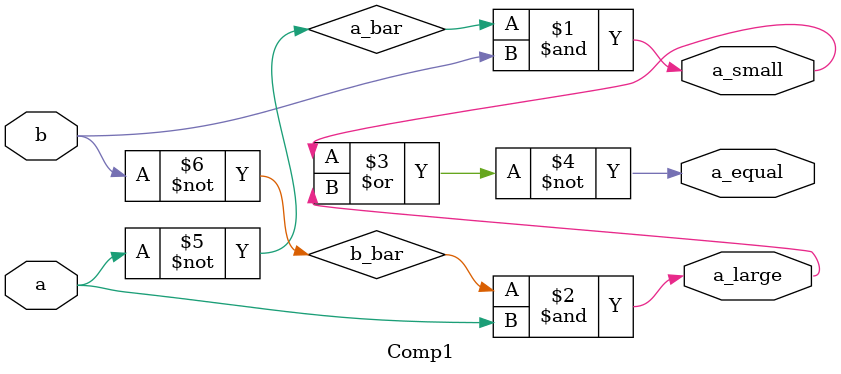
<source format=v>
module Comp1(
    input a,
    input b,
    output a_small,
    output a_equal,
    output a_large
);
//put your design here
wire a_bar, b_bar;
not(a_bar, a);
not(b_bar, b);
and(a_small, a_bar, b);
and(a_large, b_bar, a);
nor(a_equal, a_small, a_large);

endmodule

</source>
